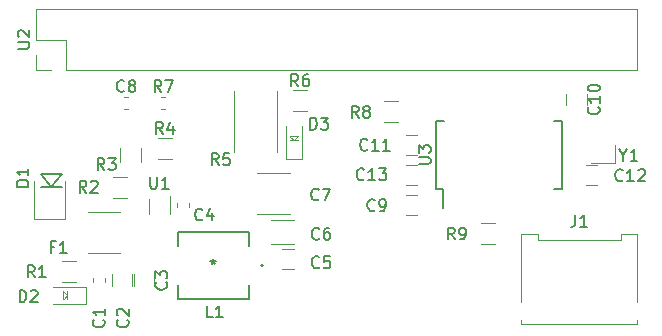
<source format=gto>
G04 #@! TF.GenerationSoftware,KiCad,Pcbnew,(5.1.4-0-10_14)*
G04 #@! TF.CreationDate,2020-01-14T22:34:08-05:00*
G04 #@! TF.ProjectId,Charging_LCD_Display,43686172-6769-46e6-975f-4c43445f4469,rev?*
G04 #@! TF.SameCoordinates,Original*
G04 #@! TF.FileFunction,Legend,Top*
G04 #@! TF.FilePolarity,Positive*
%FSLAX46Y46*%
G04 Gerber Fmt 4.6, Leading zero omitted, Abs format (unit mm)*
G04 Created by KiCad (PCBNEW (5.1.4-0-10_14)) date 2020-01-14 22:34:08*
%MOMM*%
%LPD*%
G04 APERTURE LIST*
%ADD10C,0.120000*%
%ADD11C,0.100000*%
%ADD12C,0.200000*%
%ADD13C,0.152400*%
%ADD14C,0.150000*%
G04 APERTURE END LIST*
D10*
X156270000Y-115376000D02*
X156270000Y-110176000D01*
X107950000Y-115376000D02*
X156270000Y-115376000D01*
X105350000Y-110176000D02*
X156270000Y-110176000D01*
X107950000Y-115376000D02*
X107950000Y-112776000D01*
X107950000Y-112776000D02*
X105350000Y-112776000D01*
X105350000Y-112776000D02*
X105350000Y-110176000D01*
X106680000Y-115376000D02*
X105350000Y-115376000D01*
X105350000Y-115376000D02*
X105350000Y-114046000D01*
X146425000Y-136526000D02*
X146425000Y-136836000D01*
X146425000Y-136836000D02*
X156295000Y-136836000D01*
X156295000Y-136836000D02*
X156295000Y-136526000D01*
X146425000Y-135006000D02*
X146425000Y-129246000D01*
X146425000Y-129246000D02*
X147845000Y-129246000D01*
X147845000Y-129246000D02*
X147845000Y-129746000D01*
X147845000Y-129746000D02*
X154875000Y-129746000D01*
X154875000Y-129746000D02*
X154875000Y-129246000D01*
X154875000Y-129246000D02*
X156295000Y-129246000D01*
X156295000Y-129246000D02*
X156295000Y-135006000D01*
X110208600Y-132996721D02*
X110208600Y-133322279D01*
X111228600Y-132996721D02*
X111228600Y-133322279D01*
X128336600Y-118799500D02*
X127136600Y-118799500D01*
X127136600Y-117039500D02*
X128336600Y-117039500D01*
X109597600Y-135129500D02*
X106797600Y-135129500D01*
X109597600Y-133729500D02*
X106797600Y-133729500D01*
X109597600Y-135129500D02*
X109597600Y-133729500D01*
D11*
X107997600Y-134429500D02*
X107697600Y-134729500D01*
X107697600Y-134729500D02*
X107647600Y-134779500D01*
X107647600Y-134779500D02*
X107647600Y-134129500D01*
X107647600Y-134079500D02*
X107647600Y-134129500D01*
X107647600Y-134129500D02*
X107647600Y-134079500D01*
X107647600Y-134079500D02*
X107997600Y-134429500D01*
X107997600Y-134429500D02*
X107997600Y-134779500D01*
X107997600Y-134079500D02*
X107997600Y-134429500D01*
D10*
X116698600Y-125985700D02*
X116698600Y-127535700D01*
X114898600Y-127535700D02*
X114898600Y-126235700D01*
X125746600Y-117097500D02*
X125746600Y-122297500D01*
X122106600Y-122297500D02*
X122106600Y-117097500D01*
X115991321Y-118683500D02*
X116316879Y-118683500D01*
X115991321Y-117663500D02*
X116316879Y-117663500D01*
X105194100Y-127952500D02*
X105194100Y-124777500D01*
X107861100Y-127952500D02*
X107861100Y-124777500D01*
X105194100Y-127952500D02*
X107861100Y-127952500D01*
D12*
X105827600Y-125277500D02*
X107527600Y-125277500D01*
X106627600Y-125277500D02*
X105827600Y-124177500D01*
X105827600Y-124177500D02*
X107527600Y-124177500D01*
X107527600Y-124177500D02*
X106627600Y-125277500D01*
D13*
X124587000Y-131889500D02*
G75*
G03X124587000Y-131889500I-76200J0D01*
G01*
X117373400Y-133568440D02*
X117373400Y-134734300D01*
X123367800Y-130210560D02*
X123367800Y-129044700D01*
X123367800Y-134734300D02*
X123367800Y-133568440D01*
X117373400Y-134734300D02*
X123367800Y-134734300D01*
X117373400Y-129044700D02*
X117373400Y-130210560D01*
X123367800Y-129044700D02*
X117373400Y-129044700D01*
D10*
X117320600Y-126972279D02*
X117320600Y-126646721D01*
X118340600Y-126972279D02*
X118340600Y-126646721D01*
D14*
X139820000Y-125426000D02*
X139820000Y-127026000D01*
X149895000Y-125426000D02*
X149895000Y-119676000D01*
X139245000Y-125426000D02*
X139245000Y-119676000D01*
X149895000Y-125426000D02*
X149245000Y-125426000D01*
X149895000Y-119676000D02*
X149245000Y-119676000D01*
X139245000Y-119676000D02*
X139895000Y-119676000D01*
X139245000Y-125426000D02*
X139820000Y-125426000D01*
D10*
X150280000Y-117356000D02*
X150280000Y-118356000D01*
X151980000Y-118356000D02*
X151980000Y-117356000D01*
X137660000Y-125896000D02*
X136660000Y-125896000D01*
X136660000Y-127596000D02*
X137660000Y-127596000D01*
X137660000Y-120816000D02*
X136660000Y-120816000D01*
X136660000Y-122516000D02*
X137660000Y-122516000D01*
X152900000Y-123356000D02*
X151900000Y-123356000D01*
X151900000Y-125056000D02*
X152900000Y-125056000D01*
X136660000Y-125056000D02*
X137660000Y-125056000D01*
X137660000Y-123356000D02*
X136660000Y-123356000D01*
X134807400Y-117992000D02*
X136007400Y-117992000D01*
X136007400Y-119752000D02*
X134807400Y-119752000D01*
X144211600Y-130089800D02*
X143011600Y-130089800D01*
X143011600Y-128329800D02*
X144211600Y-128329800D01*
D11*
X154400000Y-123266000D02*
X154400000Y-121666000D01*
X154400000Y-123266000D02*
X152400000Y-123266000D01*
D10*
X113473600Y-133659500D02*
X113473600Y-132659500D01*
X111773600Y-132659500D02*
X111773600Y-133659500D01*
X115378600Y-133659500D02*
X115378600Y-132659500D01*
X113678600Y-132659500D02*
X113678600Y-133659500D01*
X126220600Y-132231500D02*
X127220600Y-132231500D01*
X127220600Y-130531500D02*
X126220600Y-130531500D01*
X127236600Y-128075500D02*
X125236600Y-128075500D01*
X125236600Y-130115500D02*
X127236600Y-130115500D01*
X124064348Y-124083500D02*
X126836852Y-124083500D01*
X124064348Y-127503500D02*
X126836852Y-127503500D01*
X112841821Y-117663500D02*
X113167379Y-117663500D01*
X112841821Y-118683500D02*
X113167379Y-118683500D01*
D11*
X127565900Y-121294500D02*
X127215900Y-121294500D01*
X127215900Y-121294500D02*
X126865900Y-121294500D01*
X127565900Y-120944500D02*
X127215900Y-121294500D01*
X127515900Y-120944500D02*
X127565900Y-120944500D01*
X127565900Y-120944500D02*
X127515900Y-120944500D01*
X126865900Y-120944500D02*
X127515900Y-120944500D01*
X126915900Y-120994500D02*
X126865900Y-120944500D01*
X127215900Y-121294500D02*
X126915900Y-120994500D01*
D10*
X126515900Y-122894500D02*
X127915900Y-122894500D01*
X127915900Y-122894500D02*
X127915900Y-120094500D01*
X126515900Y-122894500D02*
X126515900Y-120094500D01*
X112507352Y-130805500D02*
X109734848Y-130805500D01*
X112507352Y-127385500D02*
X109734848Y-127385500D01*
X111896600Y-124405500D02*
X113096600Y-124405500D01*
X113096600Y-126165500D02*
X111896600Y-126165500D01*
X112518300Y-123129600D02*
X112518300Y-121929600D01*
X114278300Y-121929600D02*
X114278300Y-123129600D01*
X116906600Y-122863500D02*
X115706600Y-122863500D01*
X115706600Y-121103500D02*
X116906600Y-121103500D01*
X107578600Y-131517500D02*
X108778600Y-131517500D01*
X108778600Y-133277500D02*
X107578600Y-133277500D01*
D14*
X103802380Y-113537904D02*
X104611904Y-113537904D01*
X104707142Y-113490285D01*
X104754761Y-113442666D01*
X104802380Y-113347428D01*
X104802380Y-113156952D01*
X104754761Y-113061714D01*
X104707142Y-113014095D01*
X104611904Y-112966476D01*
X103802380Y-112966476D01*
X103897619Y-112537904D02*
X103850000Y-112490285D01*
X103802380Y-112395047D01*
X103802380Y-112156952D01*
X103850000Y-112061714D01*
X103897619Y-112014095D01*
X103992857Y-111966476D01*
X104088095Y-111966476D01*
X104230952Y-112014095D01*
X104802380Y-112585523D01*
X104802380Y-111966476D01*
X151026666Y-127608380D02*
X151026666Y-128322666D01*
X150979047Y-128465523D01*
X150883809Y-128560761D01*
X150740952Y-128608380D01*
X150645714Y-128608380D01*
X152026666Y-128608380D02*
X151455238Y-128608380D01*
X151740952Y-128608380D02*
X151740952Y-127608380D01*
X151645714Y-127751238D01*
X151550476Y-127846476D01*
X151455238Y-127894095D01*
X111075742Y-136501166D02*
X111123361Y-136548785D01*
X111170980Y-136691642D01*
X111170980Y-136786880D01*
X111123361Y-136929738D01*
X111028123Y-137024976D01*
X110932885Y-137072595D01*
X110742409Y-137120214D01*
X110599552Y-137120214D01*
X110409076Y-137072595D01*
X110313838Y-137024976D01*
X110218600Y-136929738D01*
X110170980Y-136786880D01*
X110170980Y-136691642D01*
X110218600Y-136548785D01*
X110266219Y-136501166D01*
X111170980Y-135548785D02*
X111170980Y-136120214D01*
X111170980Y-135834500D02*
X110170980Y-135834500D01*
X110313838Y-135929738D01*
X110409076Y-136024976D01*
X110456695Y-136120214D01*
X127569933Y-116721880D02*
X127236600Y-116245690D01*
X126998504Y-116721880D02*
X126998504Y-115721880D01*
X127379457Y-115721880D01*
X127474695Y-115769500D01*
X127522314Y-115817119D01*
X127569933Y-115912357D01*
X127569933Y-116055214D01*
X127522314Y-116150452D01*
X127474695Y-116198071D01*
X127379457Y-116245690D01*
X126998504Y-116245690D01*
X128427076Y-115721880D02*
X128236600Y-115721880D01*
X128141361Y-115769500D01*
X128093742Y-115817119D01*
X127998504Y-115959976D01*
X127950885Y-116150452D01*
X127950885Y-116531404D01*
X127998504Y-116626642D01*
X128046123Y-116674261D01*
X128141361Y-116721880D01*
X128331838Y-116721880D01*
X128427076Y-116674261D01*
X128474695Y-116626642D01*
X128522314Y-116531404D01*
X128522314Y-116293309D01*
X128474695Y-116198071D01*
X128427076Y-116150452D01*
X128331838Y-116102833D01*
X128141361Y-116102833D01*
X128046123Y-116150452D01*
X127998504Y-116198071D01*
X127950885Y-116293309D01*
X103973404Y-135008880D02*
X103973404Y-134008880D01*
X104211500Y-134008880D01*
X104354357Y-134056500D01*
X104449595Y-134151738D01*
X104497214Y-134246976D01*
X104544833Y-134437452D01*
X104544833Y-134580309D01*
X104497214Y-134770785D01*
X104449595Y-134866023D01*
X104354357Y-134961261D01*
X104211500Y-135008880D01*
X103973404Y-135008880D01*
X104925785Y-134104119D02*
X104973404Y-134056500D01*
X105068642Y-134008880D01*
X105306738Y-134008880D01*
X105401976Y-134056500D01*
X105449595Y-134104119D01*
X105497214Y-134199357D01*
X105497214Y-134294595D01*
X105449595Y-134437452D01*
X104878166Y-135008880D01*
X105497214Y-135008880D01*
X115023995Y-124394980D02*
X115023995Y-125204504D01*
X115071614Y-125299742D01*
X115119233Y-125347361D01*
X115214471Y-125394980D01*
X115404947Y-125394980D01*
X115500185Y-125347361D01*
X115547804Y-125299742D01*
X115595423Y-125204504D01*
X115595423Y-124394980D01*
X116595423Y-125394980D02*
X116023995Y-125394980D01*
X116309709Y-125394980D02*
X116309709Y-124394980D01*
X116214471Y-124537838D01*
X116119233Y-124633076D01*
X116023995Y-124680695D01*
X120826233Y-123401080D02*
X120492900Y-122924890D01*
X120254804Y-123401080D02*
X120254804Y-122401080D01*
X120635757Y-122401080D01*
X120730995Y-122448700D01*
X120778614Y-122496319D01*
X120826233Y-122591557D01*
X120826233Y-122734414D01*
X120778614Y-122829652D01*
X120730995Y-122877271D01*
X120635757Y-122924890D01*
X120254804Y-122924890D01*
X121730995Y-122401080D02*
X121254804Y-122401080D01*
X121207185Y-122877271D01*
X121254804Y-122829652D01*
X121350042Y-122782033D01*
X121588138Y-122782033D01*
X121683376Y-122829652D01*
X121730995Y-122877271D01*
X121778614Y-122972509D01*
X121778614Y-123210604D01*
X121730995Y-123305842D01*
X121683376Y-123353461D01*
X121588138Y-123401080D01*
X121350042Y-123401080D01*
X121254804Y-123353461D01*
X121207185Y-123305842D01*
X115987433Y-117195880D02*
X115654100Y-116719690D01*
X115416004Y-117195880D02*
X115416004Y-116195880D01*
X115796957Y-116195880D01*
X115892195Y-116243500D01*
X115939814Y-116291119D01*
X115987433Y-116386357D01*
X115987433Y-116529214D01*
X115939814Y-116624452D01*
X115892195Y-116672071D01*
X115796957Y-116719690D01*
X115416004Y-116719690D01*
X116320766Y-116195880D02*
X116987433Y-116195880D01*
X116558861Y-117195880D01*
X104729980Y-125215595D02*
X103729980Y-125215595D01*
X103729980Y-124977500D01*
X103777600Y-124834642D01*
X103872838Y-124739404D01*
X103968076Y-124691785D01*
X104158552Y-124644166D01*
X104301409Y-124644166D01*
X104491885Y-124691785D01*
X104587123Y-124739404D01*
X104682361Y-124834642D01*
X104729980Y-124977500D01*
X104729980Y-125215595D01*
X104729980Y-123691785D02*
X104729980Y-124263214D01*
X104729980Y-123977500D02*
X103729980Y-123977500D01*
X103872838Y-124072738D01*
X103968076Y-124167976D01*
X104015695Y-124263214D01*
X120330933Y-136304280D02*
X119854742Y-136304280D01*
X119854742Y-135304280D01*
X121188076Y-136304280D02*
X120616647Y-136304280D01*
X120902361Y-136304280D02*
X120902361Y-135304280D01*
X120807123Y-135447138D01*
X120711885Y-135542376D01*
X120616647Y-135589995D01*
X120370600Y-131341880D02*
X120370600Y-131579976D01*
X120132504Y-131484738D02*
X120370600Y-131579976D01*
X120608695Y-131484738D01*
X120227742Y-131770452D02*
X120370600Y-131579976D01*
X120513457Y-131770452D01*
X119454633Y-127992142D02*
X119407014Y-128039761D01*
X119264157Y-128087380D01*
X119168919Y-128087380D01*
X119026061Y-128039761D01*
X118930823Y-127944523D01*
X118883204Y-127849285D01*
X118835585Y-127658809D01*
X118835585Y-127515952D01*
X118883204Y-127325476D01*
X118930823Y-127230238D01*
X119026061Y-127135000D01*
X119168919Y-127087380D01*
X119264157Y-127087380D01*
X119407014Y-127135000D01*
X119454633Y-127182619D01*
X120311776Y-127420714D02*
X120311776Y-128087380D01*
X120073680Y-127039761D02*
X119835585Y-127754047D01*
X120454633Y-127754047D01*
X137772380Y-123312904D02*
X138581904Y-123312904D01*
X138677142Y-123265285D01*
X138724761Y-123217666D01*
X138772380Y-123122428D01*
X138772380Y-122931952D01*
X138724761Y-122836714D01*
X138677142Y-122789095D01*
X138581904Y-122741476D01*
X137772380Y-122741476D01*
X137772380Y-122360523D02*
X137772380Y-121741476D01*
X138153333Y-122074809D01*
X138153333Y-121931952D01*
X138200952Y-121836714D01*
X138248571Y-121789095D01*
X138343809Y-121741476D01*
X138581904Y-121741476D01*
X138677142Y-121789095D01*
X138724761Y-121836714D01*
X138772380Y-121931952D01*
X138772380Y-122217666D01*
X138724761Y-122312904D01*
X138677142Y-122360523D01*
X152987142Y-118498857D02*
X153034761Y-118546476D01*
X153082380Y-118689333D01*
X153082380Y-118784571D01*
X153034761Y-118927428D01*
X152939523Y-119022666D01*
X152844285Y-119070285D01*
X152653809Y-119117904D01*
X152510952Y-119117904D01*
X152320476Y-119070285D01*
X152225238Y-119022666D01*
X152130000Y-118927428D01*
X152082380Y-118784571D01*
X152082380Y-118689333D01*
X152130000Y-118546476D01*
X152177619Y-118498857D01*
X153082380Y-117546476D02*
X153082380Y-118117904D01*
X153082380Y-117832190D02*
X152082380Y-117832190D01*
X152225238Y-117927428D01*
X152320476Y-118022666D01*
X152368095Y-118117904D01*
X152082380Y-116927428D02*
X152082380Y-116832190D01*
X152130000Y-116736952D01*
X152177619Y-116689333D01*
X152272857Y-116641714D01*
X152463333Y-116594095D01*
X152701428Y-116594095D01*
X152891904Y-116641714D01*
X152987142Y-116689333D01*
X153034761Y-116736952D01*
X153082380Y-116832190D01*
X153082380Y-116927428D01*
X153034761Y-117022666D01*
X152987142Y-117070285D01*
X152891904Y-117117904D01*
X152701428Y-117165523D01*
X152463333Y-117165523D01*
X152272857Y-117117904D01*
X152177619Y-117070285D01*
X152130000Y-117022666D01*
X152082380Y-116927428D01*
X134046933Y-127204742D02*
X133999314Y-127252361D01*
X133856457Y-127299980D01*
X133761219Y-127299980D01*
X133618361Y-127252361D01*
X133523123Y-127157123D01*
X133475504Y-127061885D01*
X133427885Y-126871409D01*
X133427885Y-126728552D01*
X133475504Y-126538076D01*
X133523123Y-126442838D01*
X133618361Y-126347600D01*
X133761219Y-126299980D01*
X133856457Y-126299980D01*
X133999314Y-126347600D01*
X134046933Y-126395219D01*
X134523123Y-127299980D02*
X134713600Y-127299980D01*
X134808838Y-127252361D01*
X134856457Y-127204742D01*
X134951695Y-127061885D01*
X134999314Y-126871409D01*
X134999314Y-126490457D01*
X134951695Y-126395219D01*
X134904076Y-126347600D01*
X134808838Y-126299980D01*
X134618361Y-126299980D01*
X134523123Y-126347600D01*
X134475504Y-126395219D01*
X134427885Y-126490457D01*
X134427885Y-126728552D01*
X134475504Y-126823790D01*
X134523123Y-126871409D01*
X134618361Y-126919028D01*
X134808838Y-126919028D01*
X134904076Y-126871409D01*
X134951695Y-126823790D01*
X134999314Y-126728552D01*
X133418342Y-122073942D02*
X133370723Y-122121561D01*
X133227866Y-122169180D01*
X133132628Y-122169180D01*
X132989771Y-122121561D01*
X132894533Y-122026323D01*
X132846914Y-121931085D01*
X132799295Y-121740609D01*
X132799295Y-121597752D01*
X132846914Y-121407276D01*
X132894533Y-121312038D01*
X132989771Y-121216800D01*
X133132628Y-121169180D01*
X133227866Y-121169180D01*
X133370723Y-121216800D01*
X133418342Y-121264419D01*
X134370723Y-122169180D02*
X133799295Y-122169180D01*
X134085009Y-122169180D02*
X134085009Y-121169180D01*
X133989771Y-121312038D01*
X133894533Y-121407276D01*
X133799295Y-121454895D01*
X135323104Y-122169180D02*
X134751676Y-122169180D01*
X135037390Y-122169180D02*
X135037390Y-121169180D01*
X134942152Y-121312038D01*
X134846914Y-121407276D01*
X134751676Y-121454895D01*
X155033742Y-124664742D02*
X154986123Y-124712361D01*
X154843266Y-124759980D01*
X154748028Y-124759980D01*
X154605171Y-124712361D01*
X154509933Y-124617123D01*
X154462314Y-124521885D01*
X154414695Y-124331409D01*
X154414695Y-124188552D01*
X154462314Y-123998076D01*
X154509933Y-123902838D01*
X154605171Y-123807600D01*
X154748028Y-123759980D01*
X154843266Y-123759980D01*
X154986123Y-123807600D01*
X155033742Y-123855219D01*
X155986123Y-124759980D02*
X155414695Y-124759980D01*
X155700409Y-124759980D02*
X155700409Y-123759980D01*
X155605171Y-123902838D01*
X155509933Y-123998076D01*
X155414695Y-124045695D01*
X156367076Y-123855219D02*
X156414695Y-123807600D01*
X156509933Y-123759980D01*
X156748028Y-123759980D01*
X156843266Y-123807600D01*
X156890885Y-123855219D01*
X156938504Y-123950457D01*
X156938504Y-124045695D01*
X156890885Y-124188552D01*
X156319457Y-124759980D01*
X156938504Y-124759980D01*
X133138942Y-124588542D02*
X133091323Y-124636161D01*
X132948466Y-124683780D01*
X132853228Y-124683780D01*
X132710371Y-124636161D01*
X132615133Y-124540923D01*
X132567514Y-124445685D01*
X132519895Y-124255209D01*
X132519895Y-124112352D01*
X132567514Y-123921876D01*
X132615133Y-123826638D01*
X132710371Y-123731400D01*
X132853228Y-123683780D01*
X132948466Y-123683780D01*
X133091323Y-123731400D01*
X133138942Y-123779019D01*
X134091323Y-124683780D02*
X133519895Y-124683780D01*
X133805609Y-124683780D02*
X133805609Y-123683780D01*
X133710371Y-123826638D01*
X133615133Y-123921876D01*
X133519895Y-123969495D01*
X134424657Y-123683780D02*
X135043704Y-123683780D01*
X134710371Y-124064733D01*
X134853228Y-124064733D01*
X134948466Y-124112352D01*
X134996085Y-124159971D01*
X135043704Y-124255209D01*
X135043704Y-124493304D01*
X134996085Y-124588542D01*
X134948466Y-124636161D01*
X134853228Y-124683780D01*
X134567514Y-124683780D01*
X134472276Y-124636161D01*
X134424657Y-124588542D01*
X132675333Y-119400580D02*
X132342000Y-118924390D01*
X132103904Y-119400580D02*
X132103904Y-118400580D01*
X132484857Y-118400580D01*
X132580095Y-118448200D01*
X132627714Y-118495819D01*
X132675333Y-118591057D01*
X132675333Y-118733914D01*
X132627714Y-118829152D01*
X132580095Y-118876771D01*
X132484857Y-118924390D01*
X132103904Y-118924390D01*
X133246761Y-118829152D02*
X133151523Y-118781533D01*
X133103904Y-118733914D01*
X133056285Y-118638676D01*
X133056285Y-118591057D01*
X133103904Y-118495819D01*
X133151523Y-118448200D01*
X133246761Y-118400580D01*
X133437238Y-118400580D01*
X133532476Y-118448200D01*
X133580095Y-118495819D01*
X133627714Y-118591057D01*
X133627714Y-118638676D01*
X133580095Y-118733914D01*
X133532476Y-118781533D01*
X133437238Y-118829152D01*
X133246761Y-118829152D01*
X133151523Y-118876771D01*
X133103904Y-118924390D01*
X133056285Y-119019628D01*
X133056285Y-119210104D01*
X133103904Y-119305342D01*
X133151523Y-119352961D01*
X133246761Y-119400580D01*
X133437238Y-119400580D01*
X133532476Y-119352961D01*
X133580095Y-119305342D01*
X133627714Y-119210104D01*
X133627714Y-119019628D01*
X133580095Y-118924390D01*
X133532476Y-118876771D01*
X133437238Y-118829152D01*
X140803333Y-129687580D02*
X140470000Y-129211390D01*
X140231904Y-129687580D02*
X140231904Y-128687580D01*
X140612857Y-128687580D01*
X140708095Y-128735200D01*
X140755714Y-128782819D01*
X140803333Y-128878057D01*
X140803333Y-129020914D01*
X140755714Y-129116152D01*
X140708095Y-129163771D01*
X140612857Y-129211390D01*
X140231904Y-129211390D01*
X141279523Y-129687580D02*
X141470000Y-129687580D01*
X141565238Y-129639961D01*
X141612857Y-129592342D01*
X141708095Y-129449485D01*
X141755714Y-129259009D01*
X141755714Y-128878057D01*
X141708095Y-128782819D01*
X141660476Y-128735200D01*
X141565238Y-128687580D01*
X141374761Y-128687580D01*
X141279523Y-128735200D01*
X141231904Y-128782819D01*
X141184285Y-128878057D01*
X141184285Y-129116152D01*
X141231904Y-129211390D01*
X141279523Y-129259009D01*
X141374761Y-129306628D01*
X141565238Y-129306628D01*
X141660476Y-129259009D01*
X141708095Y-129211390D01*
X141755714Y-129116152D01*
X155098809Y-122556590D02*
X155098809Y-123032780D01*
X154765476Y-122032780D02*
X155098809Y-122556590D01*
X155432142Y-122032780D01*
X156289285Y-123032780D02*
X155717857Y-123032780D01*
X156003571Y-123032780D02*
X156003571Y-122032780D01*
X155908333Y-122175638D01*
X155813095Y-122270876D01*
X155717857Y-122318495D01*
X113107742Y-136501166D02*
X113155361Y-136548785D01*
X113202980Y-136691642D01*
X113202980Y-136786880D01*
X113155361Y-136929738D01*
X113060123Y-137024976D01*
X112964885Y-137072595D01*
X112774409Y-137120214D01*
X112631552Y-137120214D01*
X112441076Y-137072595D01*
X112345838Y-137024976D01*
X112250600Y-136929738D01*
X112202980Y-136786880D01*
X112202980Y-136691642D01*
X112250600Y-136548785D01*
X112298219Y-136501166D01*
X112298219Y-136120214D02*
X112250600Y-136072595D01*
X112202980Y-135977357D01*
X112202980Y-135739261D01*
X112250600Y-135644023D01*
X112298219Y-135596404D01*
X112393457Y-135548785D01*
X112488695Y-135548785D01*
X112631552Y-135596404D01*
X113202980Y-136167833D01*
X113202980Y-135548785D01*
X116385742Y-133326166D02*
X116433361Y-133373785D01*
X116480980Y-133516642D01*
X116480980Y-133611880D01*
X116433361Y-133754738D01*
X116338123Y-133849976D01*
X116242885Y-133897595D01*
X116052409Y-133945214D01*
X115909552Y-133945214D01*
X115719076Y-133897595D01*
X115623838Y-133849976D01*
X115528600Y-133754738D01*
X115480980Y-133611880D01*
X115480980Y-133516642D01*
X115528600Y-133373785D01*
X115576219Y-133326166D01*
X115480980Y-132992833D02*
X115480980Y-132373785D01*
X115861933Y-132707119D01*
X115861933Y-132564261D01*
X115909552Y-132469023D01*
X115957171Y-132421404D01*
X116052409Y-132373785D01*
X116290504Y-132373785D01*
X116385742Y-132421404D01*
X116433361Y-132469023D01*
X116480980Y-132564261D01*
X116480980Y-132849976D01*
X116433361Y-132945214D01*
X116385742Y-132992833D01*
X129347933Y-132030742D02*
X129300314Y-132078361D01*
X129157457Y-132125980D01*
X129062219Y-132125980D01*
X128919361Y-132078361D01*
X128824123Y-131983123D01*
X128776504Y-131887885D01*
X128728885Y-131697409D01*
X128728885Y-131554552D01*
X128776504Y-131364076D01*
X128824123Y-131268838D01*
X128919361Y-131173600D01*
X129062219Y-131125980D01*
X129157457Y-131125980D01*
X129300314Y-131173600D01*
X129347933Y-131221219D01*
X130252695Y-131125980D02*
X129776504Y-131125980D01*
X129728885Y-131602171D01*
X129776504Y-131554552D01*
X129871742Y-131506933D01*
X130109838Y-131506933D01*
X130205076Y-131554552D01*
X130252695Y-131602171D01*
X130300314Y-131697409D01*
X130300314Y-131935504D01*
X130252695Y-132030742D01*
X130205076Y-132078361D01*
X130109838Y-132125980D01*
X129871742Y-132125980D01*
X129776504Y-132078361D01*
X129728885Y-132030742D01*
X129347933Y-129617742D02*
X129300314Y-129665361D01*
X129157457Y-129712980D01*
X129062219Y-129712980D01*
X128919361Y-129665361D01*
X128824123Y-129570123D01*
X128776504Y-129474885D01*
X128728885Y-129284409D01*
X128728885Y-129141552D01*
X128776504Y-128951076D01*
X128824123Y-128855838D01*
X128919361Y-128760600D01*
X129062219Y-128712980D01*
X129157457Y-128712980D01*
X129300314Y-128760600D01*
X129347933Y-128808219D01*
X130205076Y-128712980D02*
X130014600Y-128712980D01*
X129919361Y-128760600D01*
X129871742Y-128808219D01*
X129776504Y-128951076D01*
X129728885Y-129141552D01*
X129728885Y-129522504D01*
X129776504Y-129617742D01*
X129824123Y-129665361D01*
X129919361Y-129712980D01*
X130109838Y-129712980D01*
X130205076Y-129665361D01*
X130252695Y-129617742D01*
X130300314Y-129522504D01*
X130300314Y-129284409D01*
X130252695Y-129189171D01*
X130205076Y-129141552D01*
X130109838Y-129093933D01*
X129919361Y-129093933D01*
X129824123Y-129141552D01*
X129776504Y-129189171D01*
X129728885Y-129284409D01*
X129297133Y-126303042D02*
X129249514Y-126350661D01*
X129106657Y-126398280D01*
X129011419Y-126398280D01*
X128868561Y-126350661D01*
X128773323Y-126255423D01*
X128725704Y-126160185D01*
X128678085Y-125969709D01*
X128678085Y-125826852D01*
X128725704Y-125636376D01*
X128773323Y-125541138D01*
X128868561Y-125445900D01*
X129011419Y-125398280D01*
X129106657Y-125398280D01*
X129249514Y-125445900D01*
X129297133Y-125493519D01*
X129630466Y-125398280D02*
X130297133Y-125398280D01*
X129868561Y-126398280D01*
X112837933Y-117100642D02*
X112790314Y-117148261D01*
X112647457Y-117195880D01*
X112552219Y-117195880D01*
X112409361Y-117148261D01*
X112314123Y-117053023D01*
X112266504Y-116957785D01*
X112218885Y-116767309D01*
X112218885Y-116624452D01*
X112266504Y-116433976D01*
X112314123Y-116338738D01*
X112409361Y-116243500D01*
X112552219Y-116195880D01*
X112647457Y-116195880D01*
X112790314Y-116243500D01*
X112837933Y-116291119D01*
X113409361Y-116624452D02*
X113314123Y-116576833D01*
X113266504Y-116529214D01*
X113218885Y-116433976D01*
X113218885Y-116386357D01*
X113266504Y-116291119D01*
X113314123Y-116243500D01*
X113409361Y-116195880D01*
X113599838Y-116195880D01*
X113695076Y-116243500D01*
X113742695Y-116291119D01*
X113790314Y-116386357D01*
X113790314Y-116433976D01*
X113742695Y-116529214D01*
X113695076Y-116576833D01*
X113599838Y-116624452D01*
X113409361Y-116624452D01*
X113314123Y-116672071D01*
X113266504Y-116719690D01*
X113218885Y-116814928D01*
X113218885Y-117005404D01*
X113266504Y-117100642D01*
X113314123Y-117148261D01*
X113409361Y-117195880D01*
X113599838Y-117195880D01*
X113695076Y-117148261D01*
X113742695Y-117100642D01*
X113790314Y-117005404D01*
X113790314Y-116814928D01*
X113742695Y-116719690D01*
X113695076Y-116672071D01*
X113599838Y-116624452D01*
X128586004Y-120391180D02*
X128586004Y-119391180D01*
X128824100Y-119391180D01*
X128966957Y-119438800D01*
X129062195Y-119534038D01*
X129109814Y-119629276D01*
X129157433Y-119819752D01*
X129157433Y-119962609D01*
X129109814Y-120153085D01*
X129062195Y-120248323D01*
X128966957Y-120343561D01*
X128824100Y-120391180D01*
X128586004Y-120391180D01*
X129490766Y-119391180D02*
X130109814Y-119391180D01*
X129776480Y-119772133D01*
X129919338Y-119772133D01*
X130014576Y-119819752D01*
X130062195Y-119867371D01*
X130109814Y-119962609D01*
X130109814Y-120200704D01*
X130062195Y-120295942D01*
X130014576Y-120343561D01*
X129919338Y-120391180D01*
X129633623Y-120391180D01*
X129538385Y-120343561D01*
X129490766Y-120295942D01*
X106930866Y-130344871D02*
X106597533Y-130344871D01*
X106597533Y-130868680D02*
X106597533Y-129868680D01*
X107073723Y-129868680D01*
X107978485Y-130868680D02*
X107407057Y-130868680D01*
X107692771Y-130868680D02*
X107692771Y-129868680D01*
X107597533Y-130011538D01*
X107502295Y-130106776D01*
X107407057Y-130154395D01*
X109637533Y-125737880D02*
X109304200Y-125261690D01*
X109066104Y-125737880D02*
X109066104Y-124737880D01*
X109447057Y-124737880D01*
X109542295Y-124785500D01*
X109589914Y-124833119D01*
X109637533Y-124928357D01*
X109637533Y-125071214D01*
X109589914Y-125166452D01*
X109542295Y-125214071D01*
X109447057Y-125261690D01*
X109066104Y-125261690D01*
X110018485Y-124833119D02*
X110066104Y-124785500D01*
X110161342Y-124737880D01*
X110399438Y-124737880D01*
X110494676Y-124785500D01*
X110542295Y-124833119D01*
X110589914Y-124928357D01*
X110589914Y-125023595D01*
X110542295Y-125166452D01*
X109970866Y-125737880D01*
X110589914Y-125737880D01*
X111161533Y-123807480D02*
X110828200Y-123331290D01*
X110590104Y-123807480D02*
X110590104Y-122807480D01*
X110971057Y-122807480D01*
X111066295Y-122855100D01*
X111113914Y-122902719D01*
X111161533Y-122997957D01*
X111161533Y-123140814D01*
X111113914Y-123236052D01*
X111066295Y-123283671D01*
X110971057Y-123331290D01*
X110590104Y-123331290D01*
X111494866Y-122807480D02*
X112113914Y-122807480D01*
X111780580Y-123188433D01*
X111923438Y-123188433D01*
X112018676Y-123236052D01*
X112066295Y-123283671D01*
X112113914Y-123378909D01*
X112113914Y-123617004D01*
X112066295Y-123712242D01*
X112018676Y-123759861D01*
X111923438Y-123807480D01*
X111637723Y-123807480D01*
X111542485Y-123759861D01*
X111494866Y-123712242D01*
X116101833Y-120772180D02*
X115768500Y-120295990D01*
X115530404Y-120772180D02*
X115530404Y-119772180D01*
X115911357Y-119772180D01*
X116006595Y-119819800D01*
X116054214Y-119867419D01*
X116101833Y-119962657D01*
X116101833Y-120105514D01*
X116054214Y-120200752D01*
X116006595Y-120248371D01*
X115911357Y-120295990D01*
X115530404Y-120295990D01*
X116958976Y-120105514D02*
X116958976Y-120772180D01*
X116720880Y-119724561D02*
X116482785Y-120438847D01*
X117101833Y-120438847D01*
X105243333Y-132900680D02*
X104910000Y-132424490D01*
X104671904Y-132900680D02*
X104671904Y-131900680D01*
X105052857Y-131900680D01*
X105148095Y-131948300D01*
X105195714Y-131995919D01*
X105243333Y-132091157D01*
X105243333Y-132234014D01*
X105195714Y-132329252D01*
X105148095Y-132376871D01*
X105052857Y-132424490D01*
X104671904Y-132424490D01*
X106195714Y-132900680D02*
X105624285Y-132900680D01*
X105910000Y-132900680D02*
X105910000Y-131900680D01*
X105814761Y-132043538D01*
X105719523Y-132138776D01*
X105624285Y-132186395D01*
M02*

</source>
